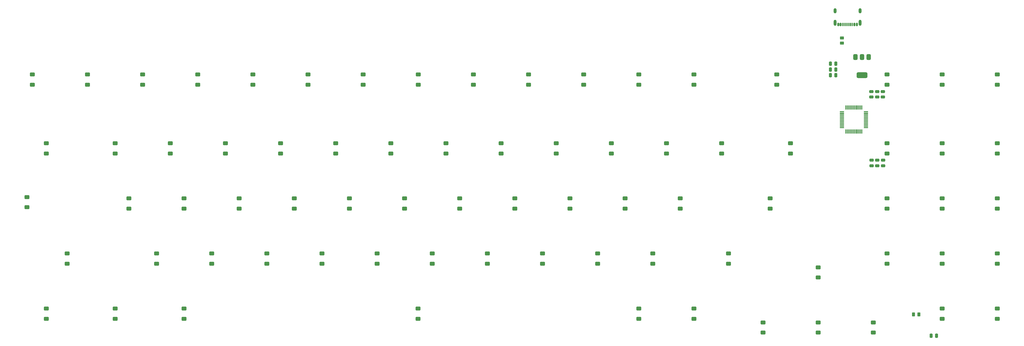
<source format=gbr>
%TF.GenerationSoftware,KiCad,Pcbnew,8.99.0-2194-gb3b7cbcab2*%
%TF.CreationDate,2024-09-18T02:21:13+07:00*%
%TF.ProjectId,Sam_,53616d5f-2e6b-4696-9361-645f70636258,rev?*%
%TF.SameCoordinates,Original*%
%TF.FileFunction,Paste,Bot*%
%TF.FilePolarity,Positive*%
%FSLAX46Y46*%
G04 Gerber Fmt 4.6, Leading zero omitted, Abs format (unit mm)*
G04 Created by KiCad (PCBNEW 8.99.0-2194-gb3b7cbcab2) date 2024-09-18 02:21:13*
%MOMM*%
%LPD*%
G01*
G04 APERTURE LIST*
G04 Aperture macros list*
%AMRoundRect*
0 Rectangle with rounded corners*
0 $1 Rounding radius*
0 $2 $3 $4 $5 $6 $7 $8 $9 X,Y pos of 4 corners*
0 Add a 4 corners polygon primitive as box body*
4,1,4,$2,$3,$4,$5,$6,$7,$8,$9,$2,$3,0*
0 Add four circle primitives for the rounded corners*
1,1,$1+$1,$2,$3*
1,1,$1+$1,$4,$5*
1,1,$1+$1,$6,$7*
1,1,$1+$1,$8,$9*
0 Add four rect primitives between the rounded corners*
20,1,$1+$1,$2,$3,$4,$5,0*
20,1,$1+$1,$4,$5,$6,$7,0*
20,1,$1+$1,$6,$7,$8,$9,0*
20,1,$1+$1,$8,$9,$2,$3,0*%
G04 Aperture macros list end*
%ADD10RoundRect,0.250000X0.600000X-0.400000X0.600000X0.400000X-0.600000X0.400000X-0.600000X-0.400000X0*%
%ADD11RoundRect,0.075000X0.075000X-0.662500X0.075000X0.662500X-0.075000X0.662500X-0.075000X-0.662500X0*%
%ADD12RoundRect,0.075000X0.662500X-0.075000X0.662500X0.075000X-0.662500X0.075000X-0.662500X-0.075000X0*%
%ADD13RoundRect,0.375000X-0.375000X0.625000X-0.375000X-0.625000X0.375000X-0.625000X0.375000X0.625000X0*%
%ADD14RoundRect,0.500000X-1.400000X0.500000X-1.400000X-0.500000X1.400000X-0.500000X1.400000X0.500000X0*%
%ADD15RoundRect,0.250000X0.262500X0.450000X-0.262500X0.450000X-0.262500X-0.450000X0.262500X-0.450000X0*%
%ADD16RoundRect,0.250000X-0.450000X0.262500X-0.450000X-0.262500X0.450000X-0.262500X0.450000X0.262500X0*%
%ADD17RoundRect,0.250000X-0.475000X0.250000X-0.475000X-0.250000X0.475000X-0.250000X0.475000X0.250000X0*%
%ADD18RoundRect,0.250000X-0.250000X-0.475000X0.250000X-0.475000X0.250000X0.475000X-0.250000X0.475000X0*%
%ADD19O,1.000000X1.800000*%
%ADD20O,1.000000X2.100000*%
%ADD21RoundRect,0.150000X-0.150000X-0.425000X0.150000X-0.425000X0.150000X0.425000X-0.150000X0.425000X0*%
%ADD22RoundRect,0.075000X-0.075000X-0.500000X0.075000X-0.500000X0.075000X0.500000X-0.075000X0.500000X0*%
G04 APERTURE END LIST*
D10*
%TO.C,D48*%
X393308099Y-184897641D03*
X393308099Y-188397641D03*
%TD*%
%TO.C,D56*%
X500389999Y-184897641D03*
X500389999Y-188397641D03*
%TD*%
%TO.C,D54*%
X462289999Y-184897641D03*
X462289999Y-188397641D03*
%TD*%
%TO.C,D51*%
X714702499Y-165847641D03*
X714702499Y-169347641D03*
%TD*%
%TO.C,D46*%
X605164999Y-165847641D03*
X605164999Y-169347641D03*
%TD*%
%TO.C,D57*%
X519439999Y-184897641D03*
X519439999Y-188397641D03*
%TD*%
%TO.C,D55*%
X481339999Y-184897641D03*
X481339999Y-188397641D03*
%TD*%
%TO.C,D47*%
X636195599Y-165847641D03*
X636195599Y-169347641D03*
%TD*%
%TO.C,D53*%
X443239999Y-184897641D03*
X443239999Y-188397641D03*
%TD*%
%TO.C,D52*%
X424189999Y-184897641D03*
X424189999Y-188397641D03*
%TD*%
%TO.C,D50*%
X695652499Y-165847641D03*
X695652499Y-169347641D03*
%TD*%
%TO.C,D49*%
X676602499Y-165847641D03*
X676602499Y-169347641D03*
%TD*%
%TO.C,D39*%
X471814999Y-165847641D03*
X471814999Y-169347641D03*
%TD*%
%TO.C,D36*%
X414664999Y-165847641D03*
X414664999Y-169347641D03*
%TD*%
%TO.C,D33*%
X695652499Y-146797641D03*
X695652499Y-150297641D03*
%TD*%
%TO.C,D29*%
X600402499Y-146797641D03*
X600402499Y-150297641D03*
%TD*%
%TO.C,D44*%
X567064999Y-165847641D03*
X567064999Y-169347641D03*
%TD*%
%TO.C,D42*%
X528964999Y-165847641D03*
X528964999Y-169347641D03*
%TD*%
%TO.C,D41*%
X509914999Y-165847641D03*
X509914999Y-169347641D03*
%TD*%
%TO.C,D35*%
X379390000Y-165387500D03*
X379390000Y-168887500D03*
%TD*%
%TO.C,D34*%
X714702499Y-146797641D03*
X714702499Y-150297641D03*
%TD*%
%TO.C,D32*%
X676602499Y-146797641D03*
X676602499Y-150297641D03*
%TD*%
%TO.C,D31*%
X643265499Y-146797641D03*
X643265499Y-150297641D03*
%TD*%
%TO.C,D30*%
X619452499Y-146797641D03*
X619452499Y-150297641D03*
%TD*%
%TO.C,D26*%
X543252499Y-146797641D03*
X543252499Y-150297641D03*
%TD*%
%TO.C,D28*%
X581352499Y-146797641D03*
X581352499Y-150297641D03*
%TD*%
%TO.C,D38*%
X452764999Y-165847641D03*
X452764999Y-169347641D03*
%TD*%
%TO.C,D43*%
X548014999Y-165847641D03*
X548014999Y-169347641D03*
%TD*%
%TO.C,D40*%
X490864999Y-165847641D03*
X490864999Y-169347641D03*
%TD*%
%TO.C,D45*%
X586114999Y-165847641D03*
X586114999Y-169347641D03*
%TD*%
%TO.C,D37*%
X433714999Y-165847641D03*
X433714999Y-169347641D03*
%TD*%
%TO.C,D27*%
X562302499Y-146797641D03*
X562302499Y-150297641D03*
%TD*%
%TO.C,D24*%
X505152499Y-146797641D03*
X505152499Y-150297641D03*
%TD*%
%TO.C,D21*%
X448002499Y-146797641D03*
X448002499Y-150297641D03*
%TD*%
%TO.C,D20*%
X428952499Y-146797641D03*
X428952499Y-150297641D03*
%TD*%
%TO.C,D19*%
X409902499Y-146797641D03*
X409902499Y-150297641D03*
%TD*%
%TO.C,D18*%
X386090499Y-146797641D03*
X386090499Y-150297641D03*
%TD*%
%TO.C,D15*%
X676602499Y-122985141D03*
X676602499Y-126485141D03*
%TD*%
%TO.C,D14*%
X638502499Y-122985141D03*
X638502499Y-126485141D03*
%TD*%
%TO.C,D16*%
X695652499Y-122985141D03*
X695652499Y-126485141D03*
%TD*%
%TO.C,D17*%
X714702499Y-122985141D03*
X714702499Y-126485141D03*
%TD*%
%TO.C,D13*%
X609927499Y-122985141D03*
X609927499Y-126485141D03*
%TD*%
%TO.C,D9*%
X533727499Y-122985141D03*
X533727499Y-126485141D03*
%TD*%
%TO.C,D8*%
X514677499Y-122985141D03*
X514677499Y-126485141D03*
%TD*%
%TO.C,D11*%
X571827499Y-122985141D03*
X571827499Y-126485141D03*
%TD*%
%TO.C,D23*%
X486102499Y-146797641D03*
X486102499Y-150297641D03*
%TD*%
%TO.C,D22*%
X467052499Y-146797641D03*
X467052499Y-150297641D03*
%TD*%
%TO.C,D12*%
X590877499Y-122985141D03*
X590877499Y-126485141D03*
%TD*%
%TO.C,D25*%
X524202499Y-146797641D03*
X524202499Y-150297641D03*
%TD*%
%TO.C,D7*%
X495627499Y-122985141D03*
X495627499Y-126485141D03*
%TD*%
%TO.C,D5*%
X457527499Y-122985141D03*
X457527499Y-126485141D03*
%TD*%
%TO.C,D6*%
X476577499Y-122985141D03*
X476577499Y-126485141D03*
%TD*%
%TO.C,D3*%
X419427499Y-122985141D03*
X419427499Y-126485141D03*
%TD*%
%TO.C,D1*%
X381327499Y-122985141D03*
X381327499Y-126485141D03*
%TD*%
%TO.C,D10*%
X552777499Y-122985141D03*
X552777499Y-126485141D03*
%TD*%
%TO.C,D2*%
X400377499Y-122985141D03*
X400377499Y-126485141D03*
%TD*%
%TO.C,D4*%
X438477499Y-122985141D03*
X438477499Y-126485141D03*
%TD*%
%TO.C,D83*%
X714702499Y-203947641D03*
X714702499Y-207447641D03*
%TD*%
%TO.C,D82*%
X695652499Y-203947641D03*
X695652499Y-207447641D03*
%TD*%
%TO.C,D79*%
X652789999Y-208710141D03*
X652789999Y-212210141D03*
%TD*%
%TO.C,D69*%
X433715499Y-203947641D03*
X433715499Y-207447641D03*
%TD*%
%TO.C,D61*%
X595639999Y-184897641D03*
X595639999Y-188397641D03*
%TD*%
%TO.C,D68*%
X409902499Y-203947641D03*
X409902499Y-207447641D03*
%TD*%
%TO.C,D62*%
X621833999Y-184897641D03*
X621833999Y-188397641D03*
%TD*%
%TO.C,D64*%
X386090499Y-203947641D03*
X386090499Y-207447641D03*
%TD*%
%TO.C,D63*%
X652789999Y-189660141D03*
X652789999Y-193160141D03*
%TD*%
%TO.C,D58*%
X538489999Y-184897641D03*
X538489999Y-188397641D03*
%TD*%
%TO.C,D60*%
X576589999Y-184897641D03*
X576589999Y-188397641D03*
%TD*%
%TO.C,D77*%
X609927499Y-203947641D03*
X609927499Y-207447641D03*
%TD*%
%TO.C,D76*%
X590877499Y-203947641D03*
X590877499Y-207447641D03*
%TD*%
%TO.C,D66*%
X695652499Y-184897641D03*
X695652499Y-188397641D03*
%TD*%
%TO.C,D59*%
X557539999Y-184897641D03*
X557539999Y-188397641D03*
%TD*%
%TO.C,D67*%
X714702499Y-184897641D03*
X714702499Y-188397641D03*
%TD*%
%TO.C,D65*%
X676602499Y-184897641D03*
X676602499Y-188397641D03*
%TD*%
%TO.C,D78*%
X633739999Y-208710141D03*
X633739999Y-212210141D03*
%TD*%
%TO.C,D73*%
X514580000Y-203947641D03*
X514580000Y-207447641D03*
%TD*%
%TO.C,D81*%
X671839999Y-208710141D03*
X671839999Y-212210141D03*
%TD*%
D11*
%TO.C,U3*%
X667900000Y-142722500D03*
X667400000Y-142722500D03*
X666900000Y-142722500D03*
X666400000Y-142722500D03*
X665900000Y-142722500D03*
X665400000Y-142722500D03*
X664900000Y-142722500D03*
X664400000Y-142722500D03*
X663900000Y-142722500D03*
X663400000Y-142722500D03*
X662900000Y-142722500D03*
X662400000Y-142722500D03*
D12*
X660987500Y-141310000D03*
X660987500Y-140810000D03*
X660987500Y-140310000D03*
X660987500Y-139810000D03*
X660987500Y-139310000D03*
X660987500Y-138810000D03*
X660987500Y-138310000D03*
X660987500Y-137810000D03*
X660987500Y-137310000D03*
X660987500Y-136810000D03*
X660987500Y-136310000D03*
X660987500Y-135810000D03*
D11*
X662400000Y-134397500D03*
X662900000Y-134397500D03*
X663400000Y-134397500D03*
X663900000Y-134397500D03*
X664400000Y-134397500D03*
X664900000Y-134397500D03*
X665400000Y-134397500D03*
X665900000Y-134397500D03*
X666400000Y-134397500D03*
X666900000Y-134397500D03*
X667400000Y-134397500D03*
X667900000Y-134397500D03*
D12*
X669312500Y-135810000D03*
X669312500Y-136310000D03*
X669312500Y-136810000D03*
X669312500Y-137310000D03*
X669312500Y-137810000D03*
X669312500Y-138310000D03*
X669312500Y-138810000D03*
X669312500Y-139310000D03*
X669312500Y-139810000D03*
X669312500Y-140310000D03*
X669312500Y-140810000D03*
X669312500Y-141310000D03*
%TD*%
D13*
%TO.C,U2*%
X665690000Y-116960000D03*
X667990000Y-116960000D03*
D14*
X667990000Y-123260000D03*
D13*
X670290000Y-116960000D03*
%TD*%
D15*
%TO.C,R2*%
X687572500Y-205920000D03*
X685747500Y-205920000D03*
%TD*%
D16*
%TO.C,R1*%
X661060000Y-110337500D03*
X661060000Y-112162500D03*
%TD*%
D17*
%TO.C,C10*%
X675230000Y-152635000D03*
X675230000Y-154535000D03*
%TD*%
%TO.C,C9*%
X673255000Y-152635000D03*
X673255000Y-154535000D03*
%TD*%
%TO.C,C8*%
X675150000Y-128855000D03*
X675150000Y-130755000D03*
%TD*%
%TO.C,C7*%
X673185000Y-128860000D03*
X673185000Y-130760000D03*
%TD*%
%TO.C,C6*%
X671220000Y-128860000D03*
X671220000Y-130760000D03*
%TD*%
%TO.C,C5*%
X671285000Y-152640000D03*
X671285000Y-154540000D03*
%TD*%
D18*
%TO.C,C4*%
X657015000Y-119245000D03*
X658915000Y-119245000D03*
%TD*%
%TO.C,C3*%
X657030000Y-121250000D03*
X658930000Y-121250000D03*
%TD*%
%TO.C,C2*%
X657030000Y-123245000D03*
X658930000Y-123245000D03*
%TD*%
%TO.C,C1*%
X691840000Y-213290000D03*
X693740000Y-213290000D03*
%TD*%
D19*
%TO.C,J1*%
X667272500Y-100927500D03*
D20*
X667272500Y-105107500D03*
D19*
X658632500Y-100927500D03*
D20*
X658632500Y-105107500D03*
D21*
X659752500Y-105682500D03*
X660552500Y-105682500D03*
D22*
X661202500Y-105682500D03*
X662202500Y-105682500D03*
X663702500Y-105682500D03*
X664702500Y-105682500D03*
D21*
X665352500Y-105682500D03*
X666152500Y-105682500D03*
X666152500Y-105682500D03*
X665352500Y-105682500D03*
D22*
X664202500Y-105682500D03*
X663202500Y-105682500D03*
X662702500Y-105682500D03*
X661702500Y-105682500D03*
D21*
X660552500Y-105682500D03*
X659752500Y-105682500D03*
%TD*%
M02*

</source>
